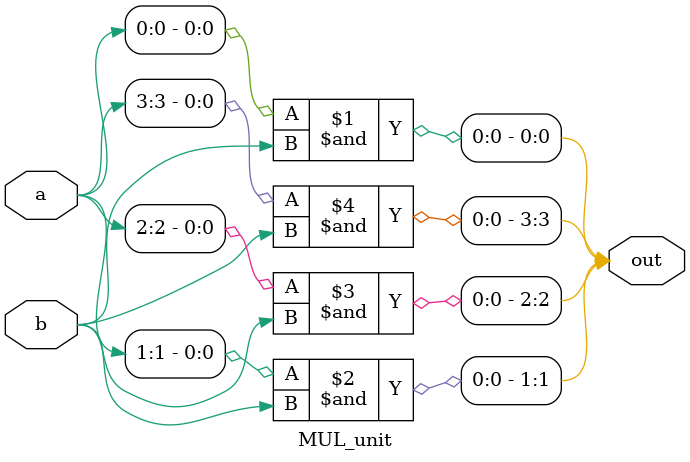
<source format=v>
module MUL_unit(a, b, out);
	input [3:0]a;
	input b;
	output [3:0]out;
	
	and(out[0], a[0], b);
	and(out[1], a[1], b);
	and(out[2], a[2], b);
	and(out[3], a[3], b);
endmodule
</source>
